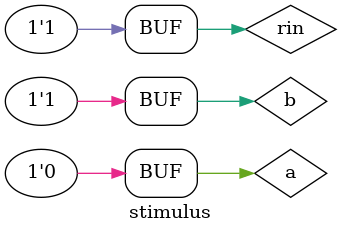
<source format=v>
`timescale 1ns / 1ps
`include "add.v"

module stimulus;
	// Inputs
	reg a;
	reg b;
	reg rin;
	// Outputs
	wire s;
	wire rout;
	// Instantiate the Unit Under Test (UUT)
	add uut (
		a, 
		b, 
		rin, 
		s, 
		rout
	);
 
	initial begin
	$dumpfile("test.vcd");
    $dumpvars(0,stimulus);
		// Initialize Inputs
		a = 0;
		b = 0;
        rin = 0;

 
	#10 a = 1; // 1 + 0 + 0 = 1 (retenue=0)
	#10 b = 1; // 1 + 1 + 0 = 0 (r=1)
	#10 rin = 1; // 1 + 1 + 1 = 1 (r=1)
	#10 a = 0; // 0 + 1 + 1 = 1 (r=0)
 
	end  
 
		initial begin
		 $monitor("t=%3d a=%d,b=%d,rin=%d,s=%d,rout=%d \n",$time,a,b,rin,s,rout, );
		 end
 
endmodule
 
 

</source>
